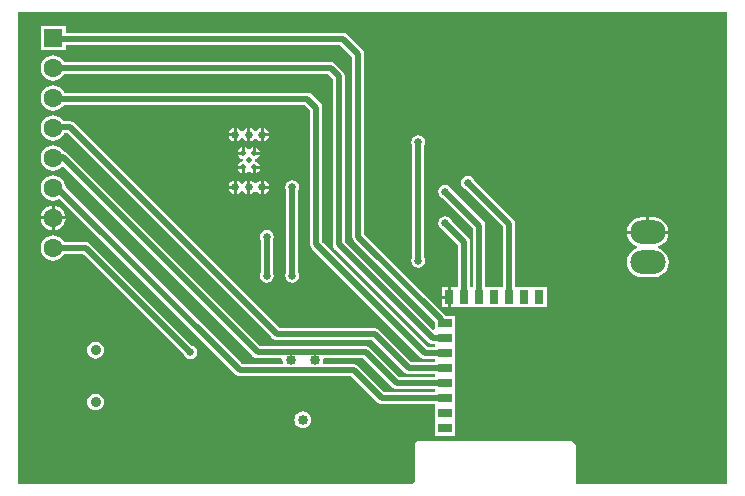
<source format=gbl>
G04*
G04 #@! TF.GenerationSoftware,Altium Limited,Altium Designer,19.1.9 (167)*
G04*
G04 Layer_Physical_Order=2*
G04 Layer_Color=16711680*
%FSLAX25Y25*%
%MOIN*%
G70*
G01*
G75*
%ADD32C,0.03347*%
%ADD54C,0.02000*%
%ADD56O,0.11811X0.07874*%
%ADD57C,0.03543*%
%ADD58R,0.03150X0.04724*%
%ADD59R,0.04724X0.03150*%
%ADD60C,0.06299*%
%ADD61R,0.06299X0.06299*%
%ADD62C,0.02500*%
%ADD63C,0.01968*%
G36*
X236500D02*
X186020D01*
Y12638D01*
X185942Y13028D01*
X185721Y13359D01*
X185040Y14040D01*
X184709Y14261D01*
X184319Y14338D01*
X133319D01*
X132929Y14261D01*
X132598Y14040D01*
X132377Y13709D01*
X132299Y13319D01*
Y922D01*
X132098Y721D01*
X131877Y390D01*
X131799Y0D01*
X0D01*
Y157500D01*
X236500D01*
Y0D01*
D02*
G37*
%LPC*%
G36*
X81000Y118695D02*
X80622Y118620D01*
X79878Y118122D01*
X79542Y117620D01*
X78958D01*
X78622Y118122D01*
X77878Y118620D01*
X77500Y118695D01*
Y116500D01*
Y114305D01*
X77878Y114381D01*
X78622Y114878D01*
X78958Y115380D01*
X79542D01*
X79878Y114878D01*
X80622Y114381D01*
X81000Y114305D01*
Y116500D01*
Y118695D01*
D02*
G37*
G36*
X76500D02*
X76122Y118620D01*
X75378Y118122D01*
X75042Y117620D01*
X74458D01*
X74122Y118122D01*
X73378Y118620D01*
X73000Y118695D01*
Y116500D01*
Y114305D01*
X73378Y114381D01*
X74122Y114878D01*
X74458Y115380D01*
X75042D01*
X75378Y114878D01*
X76122Y114381D01*
X76500Y114305D01*
Y116500D01*
Y118695D01*
D02*
G37*
G36*
X82000D02*
Y117000D01*
X83695D01*
X83619Y117378D01*
X83122Y118122D01*
X82378Y118620D01*
X82000Y118695D01*
D02*
G37*
G36*
X72000D02*
X71622Y118620D01*
X70878Y118122D01*
X70381Y117378D01*
X70305Y117000D01*
X72000D01*
Y118695D01*
D02*
G37*
G36*
X83695Y116000D02*
X82000D01*
Y114305D01*
X82378Y114381D01*
X83122Y114878D01*
X83619Y115622D01*
X83695Y116000D01*
D02*
G37*
G36*
X72000D02*
X70305D01*
X70381Y115622D01*
X70878Y114878D01*
X71622Y114381D01*
X72000Y114305D01*
Y116000D01*
D02*
G37*
G36*
X78272Y112286D02*
X77997Y112231D01*
X77341Y111793D01*
X77250Y111656D01*
X76750D01*
X76659Y111793D01*
X76003Y112231D01*
X75728Y112286D01*
Y110362D01*
X75228D01*
Y109862D01*
X73305D01*
X73359Y109588D01*
X73798Y108932D01*
X74454Y108493D01*
X75051Y108374D01*
X74977Y108000D01*
X75051Y107626D01*
X74454Y107507D01*
X73798Y107068D01*
X73359Y106412D01*
X73305Y106138D01*
X75228D01*
Y105638D01*
X75728D01*
Y103714D01*
X76003Y103769D01*
X76659Y104207D01*
X76750Y104344D01*
X77250D01*
X77341Y104207D01*
X77997Y103769D01*
X78272Y103714D01*
Y105638D01*
X78772D01*
Y106138D01*
X80695D01*
X80641Y106412D01*
X80202Y107068D01*
X79546Y107507D01*
X78949Y107626D01*
X79023Y108000D01*
X78949Y108374D01*
X79546Y108493D01*
X80202Y108932D01*
X80641Y109588D01*
X80695Y109862D01*
X78772D01*
Y110362D01*
X78272D01*
Y112286D01*
D02*
G37*
G36*
X79272D02*
Y110862D01*
X80695D01*
X80641Y111136D01*
X80202Y111793D01*
X79546Y112231D01*
X79272Y112286D01*
D02*
G37*
G36*
X74728D02*
X74454Y112231D01*
X73798Y111793D01*
X73359Y111136D01*
X73305Y110862D01*
X74728D01*
Y112286D01*
D02*
G37*
G36*
X80695Y105138D02*
X79272D01*
Y103714D01*
X79546Y103769D01*
X80202Y104207D01*
X80641Y104864D01*
X80695Y105138D01*
D02*
G37*
G36*
X74728D02*
X73305D01*
X73359Y104864D01*
X73798Y104207D01*
X74454Y103769D01*
X74728Y103714D01*
Y105138D01*
D02*
G37*
G36*
X81000Y101195D02*
X80622Y101119D01*
X79878Y100622D01*
X79542Y100120D01*
X78958D01*
X78622Y100622D01*
X77878Y101119D01*
X77500Y101195D01*
Y99000D01*
Y96805D01*
X77878Y96881D01*
X78622Y97378D01*
X78958Y97880D01*
X79542D01*
X79878Y97378D01*
X80622Y96881D01*
X81000Y96805D01*
Y99000D01*
Y101195D01*
D02*
G37*
G36*
X76500D02*
X76122Y101119D01*
X75378Y100622D01*
X75042Y100120D01*
X74458D01*
X74122Y100622D01*
X73378Y101119D01*
X73000Y101195D01*
Y99000D01*
Y96805D01*
X73378Y96881D01*
X74122Y97378D01*
X74458Y97880D01*
X75042D01*
X75378Y97378D01*
X76122Y96881D01*
X76500Y96805D01*
Y99000D01*
Y101195D01*
D02*
G37*
G36*
X82000D02*
Y99500D01*
X83695D01*
X83619Y99878D01*
X83122Y100622D01*
X82378Y101119D01*
X82000Y101195D01*
D02*
G37*
G36*
X72000D02*
X71622Y101119D01*
X70878Y100622D01*
X70381Y99878D01*
X70305Y99500D01*
X72000D01*
Y101195D01*
D02*
G37*
G36*
X83695Y98500D02*
X82000D01*
Y96805D01*
X82378Y96881D01*
X83122Y97378D01*
X83619Y98122D01*
X83695Y98500D01*
D02*
G37*
G36*
X72000D02*
X70305D01*
X70381Y98122D01*
X70878Y97378D01*
X71622Y96881D01*
X72000Y96805D01*
Y98500D01*
D02*
G37*
G36*
X12311Y92860D02*
Y89240D01*
X15931D01*
X15854Y89823D01*
X15436Y90833D01*
X14771Y91700D01*
X13904Y92365D01*
X12894Y92783D01*
X12311Y92860D01*
D02*
G37*
G36*
X11311D02*
X10728Y92783D01*
X9718Y92365D01*
X8851Y91700D01*
X8186Y90833D01*
X7768Y89823D01*
X7691Y89240D01*
X11311D01*
Y92860D01*
D02*
G37*
G36*
X15931Y88240D02*
X12311D01*
Y84621D01*
X12894Y84697D01*
X13904Y85115D01*
X14771Y85781D01*
X15436Y86647D01*
X15854Y87657D01*
X15931Y88240D01*
D02*
G37*
G36*
X11311D02*
X7691D01*
X7768Y87657D01*
X8186Y86647D01*
X8851Y85781D01*
X9718Y85115D01*
X10728Y84697D01*
X11311Y84621D01*
Y88240D01*
D02*
G37*
G36*
X211968Y88980D02*
X210500D01*
Y84500D01*
X216882D01*
X216778Y85289D01*
X216281Y86490D01*
X215490Y87521D01*
X214458Y88313D01*
X213257Y88810D01*
X211968Y88980D01*
D02*
G37*
G36*
X209500D02*
X208032D01*
X206743Y88810D01*
X205542Y88313D01*
X204510Y87521D01*
X203719Y86490D01*
X203222Y85289D01*
X203118Y84500D01*
X209500D01*
Y88980D01*
D02*
G37*
G36*
X133500Y116294D02*
X132622Y116120D01*
X131878Y115622D01*
X131380Y114878D01*
X131206Y114000D01*
X131380Y113122D01*
X131461Y113002D01*
Y75498D01*
X131380Y75378D01*
X131206Y74500D01*
X131380Y73622D01*
X131878Y72878D01*
X132622Y72381D01*
X133500Y72206D01*
X134378Y72381D01*
X135122Y72878D01*
X135619Y73622D01*
X135794Y74500D01*
X135619Y75378D01*
X135539Y75498D01*
Y113002D01*
X135619Y113122D01*
X135794Y114000D01*
X135619Y114878D01*
X135122Y115622D01*
X134378Y116120D01*
X133500Y116294D01*
D02*
G37*
G36*
X216882Y83500D02*
X210000D01*
X203118D01*
X203222Y82711D01*
X203719Y81510D01*
X204510Y80479D01*
X205542Y79688D01*
X206548Y79271D01*
Y78729D01*
X205542Y78312D01*
X204510Y77521D01*
X203719Y76490D01*
X203222Y75289D01*
X203052Y74000D01*
X203222Y72711D01*
X203719Y71510D01*
X204510Y70479D01*
X205542Y69687D01*
X206743Y69190D01*
X208032Y69020D01*
X211968D01*
X213257Y69190D01*
X214458Y69687D01*
X215490Y70479D01*
X216281Y71510D01*
X216778Y72711D01*
X216948Y74000D01*
X216778Y75289D01*
X216281Y76490D01*
X215490Y77521D01*
X214458Y78312D01*
X213452Y78729D01*
Y79271D01*
X214458Y79688D01*
X215490Y80479D01*
X216281Y81510D01*
X216778Y82711D01*
X216882Y83500D01*
D02*
G37*
G36*
X91500Y101294D02*
X90622Y101119D01*
X89878Y100622D01*
X89381Y99878D01*
X89206Y99000D01*
X89381Y98122D01*
X89461Y98002D01*
Y70498D01*
X89381Y70378D01*
X89206Y69500D01*
X89381Y68622D01*
X89878Y67878D01*
X90622Y67381D01*
X91500Y67206D01*
X92378Y67381D01*
X93122Y67878D01*
X93619Y68622D01*
X93794Y69500D01*
X93619Y70378D01*
X93539Y70498D01*
Y98002D01*
X93619Y98122D01*
X93794Y99000D01*
X93619Y99878D01*
X93122Y100622D01*
X92378Y101119D01*
X91500Y101294D01*
D02*
G37*
G36*
X83000Y84794D02*
X82122Y84619D01*
X81378Y84122D01*
X80881Y83378D01*
X80706Y82500D01*
X80881Y81622D01*
X80961Y81502D01*
Y70498D01*
X80881Y70378D01*
X80706Y69500D01*
X80881Y68622D01*
X81378Y67878D01*
X82122Y67381D01*
X83000Y67206D01*
X83878Y67381D01*
X84622Y67878D01*
X85119Y68622D01*
X85294Y69500D01*
X85119Y70378D01*
X85039Y70498D01*
Y81502D01*
X85119Y81622D01*
X85294Y82500D01*
X85119Y83378D01*
X84622Y84122D01*
X83878Y84619D01*
X83000Y84794D01*
D02*
G37*
G36*
X150000Y102794D02*
X149122Y102620D01*
X148378Y102122D01*
X147880Y101378D01*
X147706Y100500D01*
X147880Y99622D01*
X148378Y98878D01*
X149122Y98381D01*
X149264Y98352D01*
X161780Y85836D01*
Y65673D01*
X155858D01*
Y86181D01*
X155703Y86962D01*
X155261Y87623D01*
X144648Y98236D01*
X144620Y98378D01*
X144122Y99122D01*
X143378Y99619D01*
X142500Y99794D01*
X141622Y99619D01*
X140878Y99122D01*
X140381Y98378D01*
X140206Y97500D01*
X140381Y96622D01*
X140878Y95878D01*
X141622Y95381D01*
X141764Y95352D01*
X151780Y85336D01*
Y65673D01*
X150858D01*
Y80681D01*
X150703Y81462D01*
X150261Y82123D01*
X144648Y87736D01*
X144620Y87878D01*
X144122Y88622D01*
X143378Y89119D01*
X142500Y89294D01*
X141622Y89119D01*
X140878Y88622D01*
X140381Y87878D01*
X140206Y87000D01*
X140381Y86122D01*
X140878Y85378D01*
X141622Y84881D01*
X141764Y84852D01*
X146780Y79836D01*
Y65673D01*
X144410D01*
Y62311D01*
Y58949D01*
X176484D01*
Y65673D01*
X165858D01*
Y86681D01*
X165858Y86681D01*
X165703Y87462D01*
X165261Y88123D01*
X152148Y101236D01*
X152120Y101378D01*
X151622Y102122D01*
X150878Y102620D01*
X150000Y102794D01*
D02*
G37*
G36*
X143410Y65673D02*
X141335D01*
Y62811D01*
X143410D01*
Y65673D01*
D02*
G37*
G36*
Y61811D02*
X141335D01*
Y58949D01*
X143410D01*
Y61811D01*
D02*
G37*
G36*
X15961Y152890D02*
X7661D01*
Y144591D01*
X15961D01*
Y146461D01*
X107484D01*
X111461Y142484D01*
Y82504D01*
X111616Y81723D01*
X112058Y81062D01*
X138987Y54133D01*
X139012Y54008D01*
Y51579D01*
X138512Y51372D01*
X109039Y80845D01*
Y136000D01*
X108884Y136780D01*
X108442Y137442D01*
X105702Y140182D01*
X105040Y140624D01*
X104260Y140779D01*
X15458D01*
X15436Y140833D01*
X14771Y141700D01*
X13904Y142365D01*
X12894Y142783D01*
X11811Y142926D01*
X10728Y142783D01*
X9718Y142365D01*
X8851Y141700D01*
X8186Y140833D01*
X7768Y139823D01*
X7626Y138740D01*
X7768Y137657D01*
X8186Y136647D01*
X8851Y135781D01*
X9718Y135116D01*
X10728Y134697D01*
X11811Y134555D01*
X12894Y134697D01*
X13904Y135116D01*
X14771Y135781D01*
X15436Y136647D01*
X15458Y136701D01*
X103415D01*
X104961Y135155D01*
Y80000D01*
X105116Y79220D01*
X105558Y78558D01*
X136928Y47188D01*
X137590Y46746D01*
X138370Y46591D01*
X139012D01*
Y45669D01*
X136715D01*
X101539Y80845D01*
Y125500D01*
X101384Y126280D01*
X100942Y126942D01*
X97942Y129942D01*
X97280Y130384D01*
X96500Y130539D01*
X15557D01*
X15436Y130833D01*
X14771Y131700D01*
X13904Y132365D01*
X12894Y132783D01*
X11811Y132926D01*
X10728Y132783D01*
X9718Y132365D01*
X8851Y131700D01*
X8186Y130833D01*
X7768Y129823D01*
X7626Y128740D01*
X7768Y127657D01*
X8186Y126647D01*
X8851Y125781D01*
X9718Y125116D01*
X10728Y124697D01*
X11811Y124555D01*
X12894Y124697D01*
X13904Y125116D01*
X14771Y125781D01*
X15292Y126461D01*
X95655D01*
X97461Y124655D01*
Y80000D01*
X97616Y79220D01*
X98058Y78558D01*
X134428Y42188D01*
X135090Y41746D01*
X135870Y41590D01*
X139012D01*
Y40669D01*
X131215D01*
X120442Y51442D01*
X119780Y51884D01*
X119000Y52039D01*
X87345D01*
X18942Y120442D01*
X18280Y120884D01*
X17500Y121039D01*
X15277D01*
X14771Y121700D01*
X13904Y122365D01*
X12894Y122783D01*
X11811Y122926D01*
X10728Y122783D01*
X9718Y122365D01*
X8851Y121700D01*
X8186Y120833D01*
X7768Y119823D01*
X7626Y118740D01*
X7768Y117657D01*
X8186Y116648D01*
X8851Y115781D01*
X9718Y115115D01*
X10728Y114697D01*
X11811Y114555D01*
X12894Y114697D01*
X13904Y115115D01*
X14771Y115781D01*
X15436Y116648D01*
X15565Y116961D01*
X16655D01*
X85058Y48558D01*
X85720Y48116D01*
X86500Y47961D01*
X86500Y47961D01*
X118155D01*
X128928Y37188D01*
X129590Y36746D01*
X130370Y36591D01*
X139012D01*
Y35669D01*
X127215D01*
X117442Y45442D01*
X116780Y45884D01*
X116000Y46039D01*
X80845D01*
X16442Y110442D01*
X15780Y110884D01*
X15327Y110974D01*
X14771Y111700D01*
X13904Y112365D01*
X12894Y112783D01*
X11811Y112926D01*
X10728Y112783D01*
X9718Y112365D01*
X8851Y111700D01*
X8186Y110833D01*
X7768Y109823D01*
X7626Y108740D01*
X7768Y107657D01*
X8186Y106648D01*
X8851Y105781D01*
X9718Y105115D01*
X10728Y104697D01*
X11811Y104555D01*
X12894Y104697D01*
X13904Y105115D01*
X14771Y105781D01*
X14785Y105799D01*
X15284Y105832D01*
X78558Y42558D01*
X79220Y42116D01*
X80000Y41961D01*
X87886D01*
X88216Y41585D01*
X88204Y41500D01*
X88300Y40776D01*
X88398Y40539D01*
X88064Y40039D01*
X74915D01*
X15963Y98991D01*
X15854Y99823D01*
X15436Y100833D01*
X14771Y101700D01*
X13904Y102365D01*
X12894Y102783D01*
X11811Y102926D01*
X10728Y102783D01*
X9718Y102365D01*
X8851Y101700D01*
X8186Y100833D01*
X7768Y99823D01*
X7626Y98740D01*
X7768Y97657D01*
X8186Y96648D01*
X8851Y95781D01*
X9718Y95116D01*
X10728Y94697D01*
X11811Y94555D01*
X12894Y94697D01*
X13904Y95116D01*
X13999Y95188D01*
X72629Y36558D01*
X73290Y36116D01*
X74071Y35961D01*
X111155D01*
X119928Y27188D01*
X120590Y26746D01*
X121370Y26591D01*
X139012D01*
Y21055D01*
Y16055D01*
X145736D01*
Y21055D01*
Y26055D01*
Y31055D01*
Y36055D01*
Y41055D01*
Y46055D01*
Y51055D01*
Y56205D01*
X142607D01*
X142454Y56434D01*
X115539Y83349D01*
Y143328D01*
X115384Y144109D01*
X114942Y144770D01*
X109770Y149942D01*
X109109Y150384D01*
X108328Y150539D01*
X15961D01*
Y152890D01*
D02*
G37*
G36*
X25932Y47477D02*
X25208Y47381D01*
X24534Y47102D01*
X23955Y46658D01*
X23510Y46079D01*
X23231Y45405D01*
X23136Y44681D01*
X23231Y43958D01*
X23510Y43283D01*
X23955Y42704D01*
X24534Y42260D01*
X25208Y41981D01*
X25932Y41886D01*
X26655Y41981D01*
X27329Y42260D01*
X27908Y42704D01*
X28352Y43283D01*
X28632Y43958D01*
X28727Y44681D01*
X28632Y45405D01*
X28352Y46079D01*
X27908Y46658D01*
X27329Y47102D01*
X26655Y47381D01*
X25932Y47477D01*
D02*
G37*
G36*
X11811Y82926D02*
X10728Y82783D01*
X9718Y82365D01*
X8851Y81700D01*
X8186Y80833D01*
X7768Y79823D01*
X7626Y78740D01*
X7768Y77657D01*
X8186Y76648D01*
X8851Y75781D01*
X9718Y75116D01*
X10728Y74697D01*
X11811Y74555D01*
X12894Y74697D01*
X13904Y75116D01*
X14771Y75781D01*
X15436Y76648D01*
X15458Y76701D01*
X21915D01*
X55352Y43264D01*
X55381Y43122D01*
X55878Y42378D01*
X56622Y41881D01*
X57500Y41706D01*
X58378Y41881D01*
X59122Y42378D01*
X59619Y43122D01*
X59794Y44000D01*
X59619Y44878D01*
X59122Y45622D01*
X58378Y46119D01*
X58236Y46148D01*
X24202Y80182D01*
X23540Y80624D01*
X22760Y80779D01*
X15458D01*
X15436Y80833D01*
X14771Y81700D01*
X13904Y82365D01*
X12894Y82783D01*
X11811Y82926D01*
D02*
G37*
G36*
X25932Y30154D02*
X25208Y30059D01*
X24534Y29779D01*
X23955Y29335D01*
X23510Y28756D01*
X23231Y28082D01*
X23136Y27358D01*
X23231Y26635D01*
X23510Y25960D01*
X23955Y25381D01*
X24534Y24937D01*
X25208Y24658D01*
X25932Y24563D01*
X26655Y24658D01*
X27329Y24937D01*
X27908Y25381D01*
X28352Y25960D01*
X28632Y26635D01*
X28727Y27358D01*
X28632Y28082D01*
X28352Y28756D01*
X27908Y29335D01*
X27329Y29779D01*
X26655Y30059D01*
X25932Y30154D01*
D02*
G37*
G36*
X95000Y24296D02*
X94276Y24200D01*
X93602Y23921D01*
X93023Y23477D01*
X92579Y22898D01*
X92300Y22224D01*
X92204Y21500D01*
X92300Y20776D01*
X92579Y20102D01*
X93023Y19523D01*
X93602Y19079D01*
X94276Y18800D01*
X95000Y18704D01*
X95724Y18800D01*
X96398Y19079D01*
X96977Y19523D01*
X97421Y20102D01*
X97700Y20776D01*
X97796Y21500D01*
X97700Y22224D01*
X97421Y22898D01*
X96977Y23477D01*
X96398Y23921D01*
X95724Y24200D01*
X95000Y24296D01*
D02*
G37*
%LPD*%
G36*
X124928Y32188D02*
X125590Y31746D01*
X126370Y31591D01*
X139012D01*
Y30669D01*
X122215D01*
X113442Y39442D01*
X112780Y39884D01*
X112000Y40039D01*
X101936D01*
X101602Y40539D01*
X101700Y40776D01*
X101796Y41500D01*
X101784Y41585D01*
X102114Y41961D01*
X115155D01*
X124928Y32188D01*
D02*
G37*
D32*
X99000Y41500D02*
D03*
X91000D02*
D03*
X95000Y21500D02*
D03*
D54*
X133500Y74500D02*
Y114000D01*
X11811Y78740D02*
X22760D01*
X57500Y44000D01*
X12571Y99500D02*
X74071Y38000D01*
X11811Y98740D02*
X12571Y99500D01*
X74071Y38000D02*
X112000D01*
X15000Y109000D02*
X80000Y44000D01*
X11811Y108740D02*
X12071Y109000D01*
X80000Y44000D02*
X116000D01*
X12071Y109000D02*
X15000D01*
X17500Y119000D02*
X86500Y50000D01*
X11811Y118740D02*
X12071Y119000D01*
X17500D01*
X86500Y50000D02*
X119000D01*
X83000Y69500D02*
Y82500D01*
X119000Y50000D02*
X130370Y38630D01*
X116000Y44000D02*
X126370Y33630D01*
X112000Y38000D02*
X121370Y28630D01*
X163819Y62311D02*
Y86681D01*
X150000Y100500D02*
X163819Y86681D01*
X142500Y87000D02*
X148819Y80681D01*
Y62311D02*
Y80681D01*
X153819Y62311D02*
Y86181D01*
X142500Y97500D02*
X153819Y86181D01*
X113500Y82504D02*
X141012Y54992D01*
Y54205D02*
X141587Y53630D01*
X141012Y54205D02*
Y54992D01*
X113500Y82504D02*
Y143328D01*
X91500Y69500D02*
Y99000D01*
X108328Y148500D02*
X113500Y143328D01*
X99500Y80000D02*
Y125500D01*
X96500Y128500D02*
X99500Y125500D01*
X12051Y128500D02*
X96500D01*
X104260Y138740D02*
X107000Y136000D01*
Y80000D02*
Y136000D01*
Y80000D02*
X138370Y48630D01*
X99500Y80000D02*
X135870Y43630D01*
X11811Y138740D02*
X104260D01*
X12051Y148500D02*
X108328D01*
X121370Y28630D02*
X142374D01*
X126370Y33630D02*
X142374D01*
X130370Y38630D02*
X142374D01*
X11811Y128740D02*
X12051Y128500D01*
X135870Y43630D02*
X142374D01*
X138370Y48630D02*
X142374D01*
X11811Y148740D02*
X12051Y148500D01*
X141587Y53630D02*
X142374D01*
D56*
X210000Y84000D02*
D03*
Y74000D02*
D03*
D57*
X25932Y27358D02*
D03*
Y44681D02*
D03*
D58*
X173909Y62311D02*
D03*
X168819D02*
D03*
X163819D02*
D03*
X158819D02*
D03*
X153819D02*
D03*
X148819D02*
D03*
X143910D02*
D03*
D59*
X142374Y53630D02*
D03*
Y48630D02*
D03*
Y43630D02*
D03*
Y38630D02*
D03*
Y33630D02*
D03*
Y28630D02*
D03*
Y23630D02*
D03*
Y18630D02*
D03*
D60*
X11811Y78740D02*
D03*
Y88740D02*
D03*
Y108740D02*
D03*
Y128740D02*
D03*
Y138740D02*
D03*
Y118740D02*
D03*
Y98740D02*
D03*
D61*
Y148740D02*
D03*
D62*
X150000Y100500D02*
D03*
X142500Y97500D02*
D03*
Y87000D02*
D03*
X133500Y114000D02*
D03*
Y74500D02*
D03*
X57500Y44000D02*
D03*
X91500Y69500D02*
D03*
X83000D02*
D03*
Y82500D02*
D03*
X72500Y116500D02*
D03*
X77000D02*
D03*
X81500D02*
D03*
Y99000D02*
D03*
X77000D02*
D03*
X72500D02*
D03*
X91500D02*
D03*
D63*
X77000Y108000D02*
D03*
X78772Y110362D02*
D03*
Y105638D02*
D03*
X75228D02*
D03*
Y110362D02*
D03*
M02*

</source>
